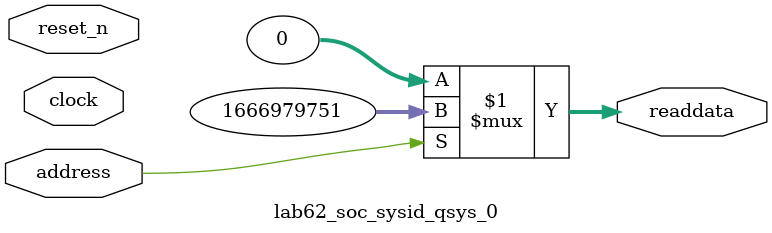
<source format=v>



// synthesis translate_off
`timescale 1ns / 1ps
// synthesis translate_on

// turn off superfluous verilog processor warnings 
// altera message_level Level1 
// altera message_off 10034 10035 10036 10037 10230 10240 10030 

module lab62_soc_sysid_qsys_0 (
               // inputs:
                address,
                clock,
                reset_n,

               // outputs:
                readdata
             )
;

  output  [ 31: 0] readdata;
  input            address;
  input            clock;
  input            reset_n;

  wire    [ 31: 0] readdata;
  //control_slave, which is an e_avalon_slave
  assign readdata = address ? 1666979751 : 0;

endmodule



</source>
